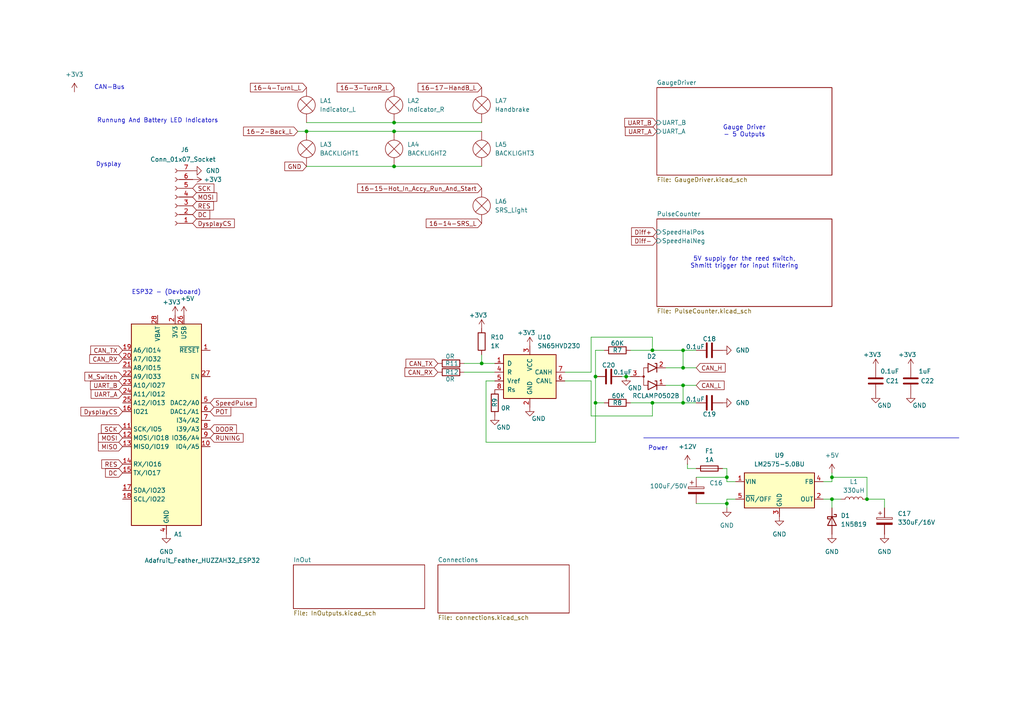
<source format=kicad_sch>
(kicad_sch (version 20231120) (generator "eeschema") (generator_version "8.0")
  (paper "A4")
  (lib_symbols
    (symbol "Connector:Conn_01x07_Socket" (pin_names (offset 1.016) hide)
      (property "Reference" "J" (at 0 10.16 0))
      (property "Value" "Conn_01x07_Socket" (at 0 -10.16 0))
      (symbol "Conn_01x07_Socket_1_1"
        (arc (start 0 -7.112) (mid -0.5058 -7.62) (end 0 -8.128) (stroke (width 0.1524)))
        (arc (start 0 -4.572) (mid -0.5058 -5.08) (end 0 -5.588) (stroke (width 0.1524)))
        (arc (start 0 -2.032) (mid -0.5058 -2.54) (end 0 -3.048) (stroke (width 0.1524)))
        (polyline (pts (xy -1.27 -7.62) (xy -0.508 -7.62)) (stroke (width 0.1524)))
        (polyline (pts (xy -1.27 -5.08) (xy -0.508 -5.08)) (stroke (width 0.1524)))
        (polyline (pts (xy -1.27 -2.54) (xy -0.508 -2.54)) (stroke (width 0.1524)))
        (polyline (pts (xy -1.27 0) (xy -0.508 0)) (stroke (width 0.1524)))
        (polyline (pts (xy -1.27 2.54) (xy -0.508 2.54)) (stroke (width 0.1524)))
        (polyline (pts (xy -1.27 5.08) (xy -0.508 5.08)) (stroke (width 0.1524)))
        (polyline (pts (xy -1.27 7.62) (xy -0.508 7.62)) (stroke (width 0.1524)))
        (arc (start 0 0.508) (mid -0.5058 0) (end 0 -0.508) (stroke (width 0.1524)))
        (arc (start 0 3.048) (mid -0.5058 2.54) (end 0 2.032) (stroke (width 0.1524)))
        (arc (start 0 5.588) (mid -0.5058 5.08) (end 0 4.572) (stroke (width 0.1524)))
        (arc (start 0 8.128) (mid -0.5058 7.62) (end 0 7.112) (stroke (width 0.1524)))
        (pin passive line (at -5.08 7.62 0) (length 3.81) (name "Pin_1") (number "1"))
        (pin passive line (at -5.08 5.08 0) (length 3.81) (name "Pin_2") (number "2"))
        (pin passive line (at -5.08 2.54 0) (length 3.81) (name "Pin_3") (number "3"))
        (pin passive line (at -5.08 0 0) (length 3.81) (name "Pin_4") (number "4"))
        (pin passive line (at -5.08 -2.54 0) (length 3.81) (name "Pin_5") (number "5"))
        (pin passive line (at -5.08 -5.08 0) (length 3.81) (name "Pin_6") (number "6"))
        (pin passive line (at -5.08 -7.62 0) (length 3.81) (name "Pin_7") (number "7"))
      )
    )
    (symbol "Device:C" (pin_numbers hide) (pin_names (offset 0.254))
      (property "Reference" "C" (at 0.635 2.54 0))
      (property "Value" "C" (at 0.635 -2.54 0))
      (symbol "C_0_1"
        (polyline (pts (xy -2.032 -0.762) (xy 2.032 -0.762)) (stroke (width 0.508)))
        (polyline (pts (xy -2.032 0.762) (xy 2.032 0.762)) (stroke (width 0.508)))
      )
      (symbol "C_1_1"
        (pin passive line (at 0 3.81 270) (length 2.794) (name "~") (number "1"))
        (pin passive line (at 0 -3.81 90) (length 2.794) (name "~") (number "2"))
      )
    )
    (symbol "Device:C_Polarized" (pin_numbers hide) (pin_names (offset 0.254))
      (property "Reference" "C" (at 0.635 2.54 0))
      (property "Value" "C_Polarized" (at 0.635 -2.54 0))
      (symbol "C_Polarized_0_1"
        (rectangle (start -2.286 0.508) (end 2.286 1.016))
        (polyline (pts (xy -1.778 2.286) (xy -0.762 2.286)))
        (polyline (pts (xy -1.27 2.794) (xy -1.27 1.778)))
        (rectangle (start 2.286 -0.508) (end -2.286 -1.016) (fill (type outline)))
      )
      (symbol "C_Polarized_1_1"
        (pin passive line (at 0 3.81 270) (length 2.794) (name "~") (number "1"))
        (pin passive line (at 0 -3.81 90) (length 2.794) (name "~") (number "2"))
      )
    )
    (symbol "Device:Fuse" (pin_numbers hide) (pin_names (offset 0))
      (property "Reference" "F" (at 2.032 0 90))
      (property "Value" "Fuse" (at -1.905 0 90))
      (symbol "Fuse_0_1"
        (rectangle (start -0.762 -2.54) (end 0.762 2.54) (stroke (width 0.254)))
        (polyline (pts (xy 0 2.54) (xy 0 -2.54)))
      )
      (symbol "Fuse_1_1"
        (pin passive line (at 0 3.81 270) (length 1.27) (name "~") (number "1"))
        (pin passive line (at 0 -3.81 90) (length 1.27) (name "~") (number "2"))
      )
    )
    (symbol "Device:L" (pin_numbers hide) (pin_names (offset 1.016) hide)
      (property "Reference" "L" (at -1.27 0 90))
      (property "Value" "L" (at 1.905 0 90))
      (symbol "L_0_1"
        (arc (start 0 -2.54) (mid 0.6323 -1.905) (end 0 -1.27))
        (arc (start 0 -1.27) (mid 0.6323 -0.635) (end 0 0))
        (arc (start 0 0) (mid 0.6323 0.635) (end 0 1.27))
        (arc (start 0 1.27) (mid 0.6323 1.905) (end 0 2.54))
      )
      (symbol "L_1_1"
        (pin passive line (at 0 3.81 270) (length 1.27) (name "1") (number "1"))
        (pin passive line (at 0 -3.81 90) (length 1.27) (name "2") (number "2"))
      )
    )
    (symbol "Device:Lamp" (pin_numbers hide) (pin_names (offset 0.0254) hide)
      (property "Reference" "LA" (at 0.635 3.81 0))
      (property "Value" "Lamp" (at 0.635 -3.81 0))
      (symbol "Lamp_0_1"
        (polyline (pts (xy -1.778 1.778) (xy 1.778 -1.778)))
        (polyline (pts (xy 1.778 1.778) (xy -1.778 -1.778)))
        (circle (center 0 0) (radius 2.54))
      )
      (symbol "Lamp_1_1"
        (pin passive line (at 0 -5.08 90) (length 2.54) (name "-") (number "1"))
        (pin passive line (at 0 5.08 270) (length 2.54) (name "+") (number "2"))
      )
    )
    (symbol "Device:R" (pin_numbers hide) (pin_names (offset 0))
      (property "Reference" "R" (at 2.032 0 90))
      (property "Value" "R" (at 0 0 90))
      (symbol "R_0_1"
        (rectangle (start -1.016 -2.54) (end 1.016 2.54) (stroke (width 0.254)))
      )
      (symbol "R_1_1"
        (pin passive line (at 0 3.81 270) (length 1.27) (name "~") (number "1"))
        (pin passive line (at 0 -3.81 90) (length 1.27) (name "~") (number "2"))
      )
    )
    (symbol "Diode:1N5819" (pin_numbers hide) (pin_names (offset 1.016) hide)
      (property "Reference" "D" (at 0 2.54 0))
      (property "Value" "1N5819" (at 0 -2.54 0))
      (symbol "1N5819_0_1"
        (polyline (pts (xy 1.27 0) (xy -1.27 0)))
        (polyline (pts (xy 1.27 1.27) (xy 1.27 -1.27) (xy -1.27 0) (xy 1.27 1.27)) (stroke (width 0.254)))
        (polyline (pts (xy -1.905 0.635) (xy -1.905 1.27) (xy -1.27 1.27) (xy -1.27 -1.27) (xy -0.635 -1.27) (xy -0.635 -0.635)) (stroke (width 0.254)))
      )
      (symbol "1N5819_1_1"
        (pin passive line (at -3.81 0 0) (length 2.54) (name "K") (number "1"))
        (pin passive line (at 3.81 0 180) (length 2.54) (name "A") (number "2"))
      )
    )
    (symbol "GND_1" (power) (pin_numbers hide) (pin_names (offset 0) hide)
      (property "Value" "GND" (at 0 -3.81 0))
      (symbol "GND_1_0_1"
        (polyline (pts (xy 0 0) (xy 0 -1.27) (xy 1.27 -1.27) (xy 0 -2.54) (xy -1.27 -1.27) (xy 0 -1.27)))
      )
      (symbol "GND_1_1_1"
        (pin power_in line (at 0 0 270) (length 0) (name "~") (number "1"))
      )
    )
    (symbol "Interface_CAN_LIN:SN65HVD230" (pin_names (offset 1.016))
      (property "Reference" "U" (at -2.54 10.16 0))
      (property "Value" "SN65HVD230" (at -2.54 7.62 0))
      (symbol "SN65HVD230_0_1"
        (rectangle (start -7.62 5.08) (end 7.62 -7.62) (stroke (width 0.254)) (fill (type background)))
      )
      (symbol "SN65HVD230_1_1"
        (pin input line (at -10.16 2.54 0) (length 2.54) (name "D") (number "1"))
        (pin power_in line (at 0 -10.16 90) (length 2.54) (name "GND") (number "2"))
        (pin power_in line (at 0 7.62 270) (length 2.54) (name "VCC") (number "3"))
        (pin output line (at -10.16 0 0) (length 2.54) (name "R") (number "4"))
        (pin output line (at -10.16 -2.54 0) (length 2.54) (name "Vref") (number "5"))
        (pin bidirectional line (at 10.16 -2.54 180) (length 2.54) (name "CANL") (number "6"))
        (pin bidirectional line (at 10.16 0 180) (length 2.54) (name "CANH") (number "7"))
        (pin input line (at -10.16 -5.08 0) (length 2.54) (name "Rs") (number "8"))
      )
    )
    (symbol "MCU_Module:Adafruit_Feather_HUZZAH32_ESP32"
      (property "Reference" "A" (at -10.16 29.21 0))
      (property "Value" "Adafruit_Feather_HUZZAH32_ESP32" (at 2.54 -31.75 0))
      (symbol "Adafruit_Feather_HUZZAH32_ESP32_0_1"
        (rectangle (start -10.16 27.94) (end 10.16 -30.48) (stroke (width 0.254)) (fill (type background)))
      )
      (symbol "Adafruit_Feather_HUZZAH32_ESP32_1_1"
        (pin input line (at 12.7 20.32 180) (length 2.54) (name "~{RESET}") (number "1"))
        (pin bidirectional line (at 12.7 -7.62 180) (length 2.54) (name "IO4/A5") (number "10"))
        (pin bidirectional line (at -12.7 -2.54 0) (length 2.54) (name "SCK/IO5") (number "11"))
        (pin bidirectional line (at -12.7 -5.08 0) (length 2.54) (name "MOSI/IO18") (number "12"))
        (pin bidirectional line (at -12.7 -7.62 0) (length 2.54) (name "MISO/IO19") (number "13"))
        (pin bidirectional line (at -12.7 -12.7 0) (length 2.54) (name "RX/IO16") (number "14"))
        (pin bidirectional line (at -12.7 -15.24 0) (length 2.54) (name "TX/IO17") (number "15"))
        (pin bidirectional line (at -12.7 2.54 0) (length 2.54) (name "IO21") (number "16"))
        (pin bidirectional line (at -12.7 -20.32 0) (length 2.54) (name "SDA/IO23") (number "17"))
        (pin bidirectional line (at -12.7 -22.86 0) (length 2.54) (name "SCL/IO22") (number "18"))
        (pin bidirectional line (at -12.7 20.32 0) (length 2.54) (name "A6/IO14") (number "19"))
        (pin power_in line (at 2.54 30.48 270) (length 2.54) (name "3V3") (number "2"))
        (pin bidirectional line (at -12.7 17.78 0) (length 2.54) (name "A7/IO32") (number "20"))
        (pin bidirectional line (at -12.7 15.24 0) (length 2.54) (name "A8/IO15") (number "21"))
        (pin bidirectional line (at -12.7 12.7 0) (length 2.54) (name "A9/IO33") (number "22"))
        (pin bidirectional line (at -12.7 10.16 0) (length 2.54) (name "A10/IO27") (number "23"))
        (pin bidirectional line (at -12.7 7.62 0) (length 2.54) (name "A11/IO12") (number "24"))
        (pin bidirectional line (at -12.7 5.08 0) (length 2.54) (name "A12/IO13") (number "25"))
        (pin power_in line (at 5.08 30.48 270) (length 2.54) (name "USB") (number "26"))
        (pin input line (at 12.7 12.7 180) (length 2.54) (name "EN") (number "27"))
        (pin power_in line (at -2.54 30.48 270) (length 2.54) (name "VBAT") (number "28"))
        (pin no_connect line (at 10.16 10.16 180) (length 2.54) hide (name "NC") (number "3"))
        (pin power_in line (at 0 -33.02 90) (length 2.54) (name "GND") (number "4"))
        (pin bidirectional line (at 12.7 5.08 180) (length 2.54) (name "DAC2/A0") (number "5"))
        (pin bidirectional line (at 12.7 2.54 180) (length 2.54) (name "DAC1/A1") (number "6"))
        (pin bidirectional line (at 12.7 0 180) (length 2.54) (name "I34/A2") (number "7"))
        (pin bidirectional line (at 12.7 -2.54 180) (length 2.54) (name "I39/A3") (number "8"))
        (pin bidirectional line (at 12.7 -5.08 180) (length 2.54) (name "IO36/A4") (number "9"))
      )
    )
    (symbol "Power_Protection:RCLAMP0502B" (pin_names hide)
      (property "Reference" "D" (at 0 5.08 0))
      (property "Value" "RCLAMP0502B" (at 0 -5.08 0))
      (symbol "RCLAMP0502B_0_1"
        (polyline (pts (xy -2.54 0) (xy -1.27 0)))
        (polyline (pts (xy -1.27 2.54) (xy -1.27 -2.54)))
        (polyline (pts (xy 0 2.54) (xy -1.27 2.54)) (stroke (width 0.1524)))
        (polyline (pts (xy 2.54 3.81) (xy 2.54 1.27) (xy 2.032 1.27)) (stroke (width 0.254)))
        (polyline (pts (xy 0 1.27) (xy 0 3.81) (xy 2.54 2.54) (xy 0 1.27)) (stroke (width 0.254)))
        (pin passive line (at -5.08 0 0) (length 2.54) (name "A") (number "3"))
      )
      (symbol "RCLAMP0502B_1_1"
        (circle (center -1.27 0) (radius 0.254) (fill (type outline)))
        (polyline (pts (xy 0 -2.54) (xy -1.27 -2.54)) (stroke (width 0.1524)))
        (polyline (pts (xy 2.54 -1.27) (xy 2.54 -3.81) (xy 2.032 -3.81)) (stroke (width 0.254)))
        (polyline (pts (xy 0 -3.81) (xy 0 -1.27) (xy 2.54 -2.54) (xy 0 -3.81)) (stroke (width 0.254)))
        (pin passive line (at 5.08 2.54 180) (length 2.54) (name "K1") (number "1"))
        (pin passive line (at 5.08 -2.54 180) (length 2.54) (name "K2") (number "2"))
      )
    )
    (symbol "Regulator_Switching:LM2575-5.0BU" (pin_names (offset 0.254))
      (property "Reference" "U" (at -10.16 6.35 0))
      (property "Value" "LM2575-5.0BU" (at 0 6.35 0))
      (symbol "LM2575-5.0BU_0_1"
        (rectangle (start -10.16 5.08) (end 10.16 -5.08) (stroke (width 0.254)) (fill (type background)))
      )
      (symbol "LM2575-5.0BU_1_1"
        (pin power_in line (at -12.7 2.54 0) (length 2.54) (name "VIN") (number "1"))
        (pin output line (at 12.7 -2.54 180) (length 2.54) (name "OUT") (number "2"))
        (pin power_in line (at 0 -7.62 90) (length 2.54) (name "GND") (number "3"))
        (pin input line (at 12.7 2.54 180) (length 2.54) (name "FB") (number "4"))
        (pin input line (at -12.7 -2.54 0) (length 2.54) (name "~{ON}/OFF") (number "5"))
      )
    )
    (symbol "power:+12V" (power) (pin_numbers hide) (pin_names (offset 0) hide)
      (property "Value" "+12V" (at 0 3.556 0))
      (symbol "+12V_0_1"
        (polyline (pts (xy -0.762 1.27) (xy 0 2.54)))
        (polyline (pts (xy 0 0) (xy 0 2.54)))
        (polyline (pts (xy 0 2.54) (xy 0.762 1.27)))
      )
      (symbol "+12V_1_1"
        (pin power_in line (at 0 0 90) (length 0) (name "~") (number "1"))
      )
    )
    (symbol "power:+3V3" (power) (pin_names (offset 0))
      (property "Value" "+3V3" (at 0 3.556 0))
      (symbol "+3V3_0_1"
        (polyline (pts (xy -0.762 1.27) (xy 0 2.54)))
        (polyline (pts (xy 0 0) (xy 0 2.54)))
        (polyline (pts (xy 0 2.54) (xy 0.762 1.27)))
      )
      (symbol "+3V3_1_1"
        (pin power_in line (at 0 0 90) (length 0) hide (name "+3V3") (number "1"))
      )
    )
    (symbol "power:+5V" (power) (pin_names (offset 0))
      (property "Value" "+5V" (at 0 3.556 0))
      (symbol "+5V_0_1"
        (polyline (pts (xy -0.762 1.27) (xy 0 2.54)))
        (polyline (pts (xy 0 0) (xy 0 2.54)))
        (polyline (pts (xy 0 2.54) (xy 0.762 1.27)))
      )
      (symbol "+5V_1_1"
        (pin power_in line (at 0 0 90) (length 0) hide (name "+5V") (number "1"))
      )
    )
    (symbol "power:GND" (power) (pin_names (offset 0))
      (property "Value" "GND" (at 0 -3.81 0))
      (symbol "GND_0_1"
        (polyline (pts (xy 0 0) (xy 0 -1.27) (xy 1.27 -1.27) (xy 0 -2.54) (xy -1.27 -1.27) (xy 0 -1.27)))
      )
      (symbol "GND_1_1"
        (pin power_in line (at 0 0 270) (length 0) hide (name "GND") (number "1"))
      )
    )
  )
  (junction (at 198.12 101.6))
  (junction (at 198.12 106.68))
  (junction (at 114.3 38.1))
  (junction (at 114.3 48.26))
  (junction (at 251.46 144.78))
  (junction (at 139.7 105.41))
  (junction (at 241.3 138.43))
  (junction (at 198.12 116.84))
  (junction (at 172.72 116.84))
  (junction (at 241.3 144.78))
  (junction (at 114.3 35.56))
  (junction (at 88.9 38.1))
  (junction (at 210.82 146.05))
  (junction (at 181.61 109.22))
  (junction (at 189.23 101.6))
  (junction (at 189.23 116.84))
  (junction (at 198.12 111.76))
  (junction (at 172.72 109.22))
  (junction (at 210.82 138.43))
  (wire (pts (xy 210.82 139.7) (xy 213.36 139.7)))
  (wire (pts (xy 88.9 48.26) (xy 114.3 48.26)))
  (wire (pts (xy 201.93 138.43) (xy 210.82 138.43)))
  (wire (pts (xy 251.46 138.43) (xy 241.3 138.43)))
  (polyline (pts (xy 186.69 127) (xy 278.13 127)))
  (wire (pts (xy 88.9 35.56) (xy 114.3 35.56)))
  (wire (pts (xy 181.61 109.22) (xy 182.88 109.22)))
  (wire (pts (xy 189.23 120.65) (xy 189.23 116.84)))
  (wire (pts (xy 171.45 107.95) (xy 171.45 97.79)))
  (wire (pts (xy 182.88 101.6) (xy 189.23 101.6)))
  (wire (pts (xy 114.3 38.1) (xy 139.7 38.1)))
  (wire (pts (xy 201.93 146.05) (xy 210.82 146.05)))
  (wire (pts (xy 163.83 110.49) (xy 171.45 110.49)))
  (wire (pts (xy 172.72 128.27) (xy 172.72 116.84)))
  (wire (pts (xy 241.3 139.7) (xy 238.76 139.7)))
  (wire (pts (xy 189.23 97.79) (xy 189.23 101.6)))
  (wire (pts (xy 189.23 101.6) (xy 198.12 101.6)))
  (wire (pts (xy 88.9 38.1) (xy 114.3 38.1)))
  (wire (pts (xy 198.12 111.76) (xy 201.93 111.76)))
  (wire (pts (xy 172.72 109.22) (xy 172.72 116.84)))
  (wire (pts (xy 86.36 38.1) (xy 88.9 38.1)))
  (wire (pts (xy 210.82 144.78) (xy 210.82 146.05)))
  (wire (pts (xy 189.23 116.84) (xy 198.12 116.84)))
  (wire (pts (xy 251.46 144.78) (xy 251.46 138.43)))
  (wire (pts (xy 210.82 135.89) (xy 210.82 138.43)))
  (wire (pts (xy 256.54 147.32) (xy 256.54 144.78)))
  (wire (pts (xy 182.88 116.84) (xy 189.23 116.84)))
  (wire (pts (xy 198.12 116.84) (xy 198.12 111.76)))
  (wire (pts (xy 241.3 137.16) (xy 241.3 138.43)))
  (wire (pts (xy 171.45 110.49) (xy 171.45 120.65)))
  (wire (pts (xy 171.45 97.79) (xy 189.23 97.79)))
  (wire (pts (xy 199.39 134.62) (xy 199.39 135.89)))
  (wire (pts (xy 210.82 135.89) (xy 209.55 135.89)))
  (wire (pts (xy 210.82 138.43) (xy 210.82 139.7)))
  (wire (pts (xy 256.54 144.78) (xy 251.46 144.78)))
  (wire (pts (xy 193.04 106.68) (xy 198.12 106.68)))
  (wire (pts (xy 140.97 128.27) (xy 172.72 128.27)))
  (wire (pts (xy 201.93 116.84) (xy 198.12 116.84)))
  (wire (pts (xy 210.82 146.05) (xy 210.82 147.32)))
  (wire (pts (xy 163.83 107.95) (xy 171.45 107.95)))
  (wire (pts (xy 114.3 35.56) (xy 139.7 35.56)))
  (wire (pts (xy 201.93 101.6) (xy 198.12 101.6)))
  (wire (pts (xy 143.51 110.49) (xy 140.97 110.49)))
  (wire (pts (xy 180.34 109.22) (xy 181.61 109.22)))
  (wire (pts (xy 171.45 120.65) (xy 189.23 120.65)))
  (wire (pts (xy 241.3 144.78) (xy 238.76 144.78)))
  (wire (pts (xy 175.26 101.6) (xy 172.72 101.6)))
  (wire (pts (xy 241.3 147.32) (xy 241.3 144.78)))
  (wire (pts (xy 213.36 144.78) (xy 210.82 144.78)))
  (wire (pts (xy 172.72 101.6) (xy 172.72 109.22)))
  (wire (pts (xy 134.62 107.95) (xy 143.51 107.95)))
  (wire (pts (xy 175.26 116.84) (xy 172.72 116.84)))
  (wire (pts (xy 139.7 105.41) (xy 143.51 105.41)))
  (wire (pts (xy 139.7 102.87) (xy 139.7 105.41)))
  (wire (pts (xy 198.12 106.68) (xy 201.93 106.68)))
  (wire (pts (xy 114.3 48.26) (xy 139.7 48.26)))
  (wire (pts (xy 241.3 138.43) (xy 241.3 139.7)))
  (wire (pts (xy 241.3 144.78) (xy 243.84 144.78)))
  (wire (pts (xy 199.39 135.89) (xy 201.93 135.89)))
  (wire (pts (xy 134.62 105.41) (xy 139.7 105.41)))
  (wire (pts (xy 198.12 101.6) (xy 198.12 106.68)))
  (wire (pts (xy 193.04 111.76) (xy 198.12 111.76)))
  (wire (pts (xy 140.97 110.49) (xy 140.97 128.27)))
  (text "Gauge Driver\n- 5 Outputs" (at 215.9 38.1 0) (effects (font (size 1.27 1.27))))
  (text "5V supply for the reed switch,\nShmitt trigger for input filtering\n" (at 215.9 76.2 0) (effects (font (size 1.27 1.27))))
  (text "CAN-Bus" (at 31.75 25.4 0) (effects (font (size 1.27 1.27))))
  (text "Dysplay" (at 31.496 47.752 0) (effects (font (size 1.27 1.27))))
  (text "Runnung And Battery LED Indicators" (at 45.72 35.052 0) (effects (font (size 1.27 1.27))))
  (text "Power" (at 187.96 130.81 0) (effects (font (size 1.27 1.27)) (justify left bottom)))
  (text "ESP32 - (Devboard)" (at 48.26 84.836 0) (effects (font (size 1.27 1.27))))
  (global_label "16-3-TurnR_L" (shape input) (at 114.3 25.4 180) (property "Intersheetrefs" "${INTERSHEET_REFS}" (effects (hide yes))))
  (global_label "DC" (shape input) (at 35.56 137.16 180) (property "Intersheetrefs" "${INTERSHEET_REFS}" (effects (hide yes))))
  (global_label "CAN_RX" (shape input) (at 127 107.95 180) (property "Intersheetrefs" "${INTERSHEET_REFS}" (effects (hide yes))))
  (global_label "RES" (shape input) (at 35.56 134.62 180) (property "Intersheetrefs" "${INTERSHEET_REFS}" (effects (hide yes))))
  (global_label "UART_B" (shape input) (at 190.5 35.56 180) (property "Intersheetrefs" "${INTERSHEET_REFS}" (effects (hide yes))))
  (global_label "GND" (shape input) (at 88.9 48.26 180) (property "Intersheetrefs" "${INTERSHEET_REFS}" (effects (hide yes))))
  (global_label "SCK" (shape input) (at 35.56 124.46 180) (property "Intersheetrefs" "${INTERSHEET_REFS}" (effects (hide yes))))
  (global_label "RES" (shape input) (at 55.88 59.69 0) (property "Intersheetrefs" "${INTERSHEET_REFS}" (effects (hide yes))))
  (global_label "UART_B" (shape input) (at 35.56 111.76 180) (property "Intersheetrefs" "${INTERSHEET_REFS}" (effects (hide yes))))
  (global_label "DysplayCS" (shape input) (at 55.88 64.77 0) (property "Intersheetrefs" "${INTERSHEET_REFS}" (effects (hide yes))))
  (global_label "SpeedPulse" (shape input) (at 60.96 116.84 0) (property "Intersheetrefs" "${INTERSHEET_REFS}" (effects (hide yes))))
  (global_label "CAN_RX" (shape input) (at 35.56 104.14 180) (property "Intersheetrefs" "${INTERSHEET_REFS}" (effects (hide yes))))
  (global_label "MOSI" (shape input) (at 35.56 127 180) (property "Intersheetrefs" "${INTERSHEET_REFS}" (effects (hide yes))))
  (global_label "16-17-HandB_L" (shape input) (at 139.7 25.4 180) (property "Intersheetrefs" "${INTERSHEET_REFS}" (effects (hide yes))))
  (global_label "CAN_TX" (shape input) (at 127 105.41 180) (property "Intersheetrefs" "${INTERSHEET_REFS}" (effects (hide yes))))
  (global_label "16-15-Hot_In_Accy_Run_And_Start" (shape input) (at 139.7 54.61 180) (property "Intersheetrefs" "${INTERSHEET_REFS}" (effects (hide yes))))
  (global_label "CAN_L" (shape input) (at 201.93 111.76 0) (property "Intersheetrefs" "${INTERSHEET_REFS}" (effects (hide yes))))
  (global_label "UART_A" (shape input) (at 35.56 114.3 180) (property "Intersheetrefs" "${INTERSHEET_REFS}" (effects (hide yes))))
  (global_label "DysplayCS" (shape input) (at 35.56 119.38 180) (property "Intersheetrefs" "${INTERSHEET_REFS}" (effects (hide yes))))
  (global_label "16-14-SRS_L" (shape input) (at 139.7 64.77 180) (property "Intersheetrefs" "${INTERSHEET_REFS}" (effects (hide yes))))
  (global_label "UART_A" (shape input) (at 190.5 38.1 180) (property "Intersheetrefs" "${INTERSHEET_REFS}" (effects (hide yes))))
  (global_label "M_Switch" (shape input) (at 35.56 109.22 180) (property "Intersheetrefs" "${INTERSHEET_REFS}" (effects (hide yes))))
  (global_label "RUNING" (shape input) (at 60.96 127 0) (property "Intersheetrefs" "${INTERSHEET_REFS}" (effects (hide yes))))
  (global_label "MISO" (shape input) (at 35.56 129.54 180) (property "Intersheetrefs" "${INTERSHEET_REFS}" (effects (hide yes))))
  (global_label "DC" (shape input) (at 55.88 62.23 0) (property "Intersheetrefs" "${INTERSHEET_REFS}" (effects (hide yes))))
  (global_label "MOSI" (shape input) (at 55.88 57.15 0) (property "Intersheetrefs" "${INTERSHEET_REFS}" (effects (hide yes))))
  (global_label "16-4-TurnL_L" (shape input) (at 88.9 25.4 180) (property "Intersheetrefs" "${INTERSHEET_REFS}" (effects (hide yes))))
  (global_label "16-2-Back_L" (shape input) (at 86.36 38.1 180) (property "Intersheetrefs" "${INTERSHEET_REFS}" (effects (hide yes))))
  (global_label "SCK" (shape input) (at 55.88 54.61 0) (property "Intersheetrefs" "${INTERSHEET_REFS}" (effects (hide yes))))
  (global_label "Diff-" (shape input) (at 190.5 69.85 180) (property "Intersheetrefs" "${INTERSHEET_REFS}" (effects (hide yes))))
  (global_label "POT" (shape input) (at 60.96 119.38 0) (property "Intersheetrefs" "${INTERSHEET_REFS}" (effects (hide yes))))
  (global_label "CAN_TX" (shape input) (at 35.56 101.6 180) (property "Intersheetrefs" "${INTERSHEET_REFS}" (effects (hide yes))))
  (global_label "DOOR" (shape input) (at 60.96 124.46 0) (property "Intersheetrefs" "${INTERSHEET_REFS}" (effects (hide yes))))
  (global_label "CAN_H" (shape input) (at 201.93 106.68 0) (property "Intersheetrefs" "${INTERSHEET_REFS}" (effects (hide yes))))
  (global_label "Diff+" (shape input) (at 190.5 67.31 180) (property "Intersheetrefs" "${INTERSHEET_REFS}" (effects (hide yes))))
  (symbol (lib_name "GND_1") (lib_id "power:GND") (at 153.67 118.11 0) (unit 1)
    (property "Reference" "#PWR080" (effects (hide yes)))
    (property "Value" "GND" (at 156.21 121.412 0))
    (property "Description" "Power symbol creates a global label with name \"GND\" , ground" (effects (hide yes)))
  )
  (symbol (lib_name "GND_1") (lib_id "power:GND") (at 254 114.3 0) (unit 1)
    (property "Reference" "#PWR083" (effects (hide yes)))
    (property "Value" "GND" (at 256.54 117.602 0))
    (property "Description" "Power symbol creates a global label with name \"GND\" , ground" (effects (hide yes)))
  )
  (symbol (lib_id "power:+3V3") (at 50.8 91.44 0) (unit 1)
    (property "Reference" "#PWR067" (effects (hide yes)))
    (property "Value" "+3V3" (at 49.784 87.63 0))
  )
  (symbol (lib_id "power:+12V") (at 199.39 134.62 0) (unit 1)
    (property "Reference" "#PWR068" (effects (hide yes)))
    (property "Value" "+12V" (at 199.39 129.54 0))
  )
  (symbol (lib_id "power:GND") (at 256.54 154.94 0) (unit 1)
    (property "Reference" "#PWR073" (effects (hide yes)))
    (property "Value" "GND" (at 256.54 160.02 0))
  )
  (symbol (lib_id "power:GND") (at 55.88 49.53 90) (unit 1)
    (property "Reference" "#PWR075" (effects (hide yes)))
    (property "Value" "GND" (at 59.69 49.5299 90) (effects (justify right)))
  )
  (symbol (lib_id "power:+5V") (at 53.34 91.44 0) (unit 1)
    (property "Reference" "#PWR065" (effects (hide yes)))
    (property "Value" "+5V" (at 54.356 86.614 0))
  )
  (symbol (lib_name "GND_1") (lib_id "power:GND") (at 209.55 116.84 90) (unit 1)
    (property "Reference" "#PWR077" (effects (hide yes)))
    (property "Value" "GND" (at 213.36 116.8399 90) (effects (justify right)))
    (property "Description" "Power symbol creates a global label with name \"GND\" , ground" (effects (hide yes)))
  )
  (symbol (lib_id "Device:R") (at 130.81 107.95 90) (unit 1)
    (property "Reference" "R12" (at 131.064 107.95 90))
    (property "Value" "0R" (at 130.556 109.982 90))
    (property "Footprint" "Resistor_SMD:R_0805_2012Metric_Pad1.20x1.40mm_HandSolder" (effects (hide yes)))
    (property "Description" "Resistor" (effects (hide yes)))
  )
  (symbol (lib_id "power:+3V3") (at 139.7 95.25 0) (unit 1)
    (property "Reference" "#PWR086" (effects (hide yes)))
    (property "Value" "+3V3" (at 138.684 91.44 0))
  )
  (symbol (lib_id "Regulator_Switching:LM2575-5.0BU") (at 226.06 142.24 0) (unit 1)
    (property "Reference" "U9" (at 226.06 132.08 0))
    (property "Value" "LM2575-5.0BU" (at 226.06 134.62 0))
    (property "Footprint" "Package_TO_SOT_SMD:TO-263-5_TabPin3" (effects (hide yes)))
    (property "Datasheet" "http://ww1.microchip.com/downloads/en/DeviceDoc/lm2575.pdf" (effects (hide yes)))
  )
  (symbol (lib_id "Device:Lamp") (at 114.3 43.18 0) (unit 1)
    (property "Reference" "LA4" (at 118.11 41.9099 0) (effects (justify left)))
    (property "Value" "BACKLIGHT2" (at 118.11 44.4499 0) (effects (justify left)))
    (property "Footprint" "Library:Biglight" (effects (hide yes)))
    (property "Description" "Lamp" (effects (hide yes)))
  )
  (symbol (lib_id "Power_Protection:RCLAMP0502B") (at 187.96 109.22 0) (mirror x) (unit 1)
    (property "Reference" "D2" (at 188.976 103.378 0))
    (property "Value" "RCLAMP0502B" (at 190.246 114.808 0))
    (property "Footprint" "Package_TO_SOT_SMD:SOT-416" (effects (hide yes)))
    (property "Datasheet" "https://www.semtech.com/products/circuit-protection/low-capacitance/rclamp0502b" (effects (hide yes)))
    (property "Description" "Low capacitance unidirectional dual ESD protection diode, SC-75" (effects (hide yes)))
  )
  (symbol (lib_id "Device:C_Polarized") (at 256.54 151.13 0) (unit 1)
    (property "Reference" "C17" (at 260.35 148.971 0) (effects (justify left)))
    (property "Value" "330uF/16V" (at 260.35 151.511 0) (effects (justify left)))
    (property "Footprint" "Capacitor_THT:CP_Radial_D8.0mm_P3.50mm" (effects (hide yes)))
    (property "Datasheet" "https://www.farnell.com/datasheets/2321649.pdf" (effects (hide yes)))
  )
  (symbol (lib_name "GND_1") (lib_id "power:GND") (at 181.61 109.22 0) (unit 1)
    (property "Reference" "#PWR078" (effects (hide yes)))
    (property "Value" "GND" (at 184.15 112.522 0))
    (property "Description" "Power symbol creates a global label with name \"GND\" , ground" (effects (hide yes)))
  )
  (symbol (lib_id "Device:Lamp") (at 139.7 59.69 0) (unit 1)
    (property "Reference" "LA6" (at 143.51 58.4199 0) (effects (justify left)))
    (property "Value" "SRS_Light" (at 143.51 60.9599 0) (effects (justify left)))
    (property "Footprint" "Library:Smallight" (effects (hide yes)))
    (property "Description" "Lamp" (effects (hide yes)))
  )
  (symbol (lib_name "GND_1") (lib_id "power:GND") (at 209.55 101.6 90) (unit 1)
    (property "Reference" "#PWR076" (effects (hide yes)))
    (property "Value" "GND" (at 213.36 101.5999 90) (effects (justify right)))
    (property "Description" "Power symbol creates a global label with name \"GND\" , ground" (effects (hide yes)))
  )
  (symbol (lib_id "Device:C") (at 176.53 109.22 90) (unit 1)
    (property "Reference" "C20" (at 176.53 105.918 90))
    (property "Value" "0.1uF" (at 180.594 107.95 90))
    (property "Footprint" "Capacitor_SMD:C_0805_2012Metric_Pad1.18x1.45mm_HandSolder" (effects (hide yes)))
    (property "Description" "Unpolarized capacitor" (effects (hide yes)))
  )
  (symbol (lib_id "power:+3V3") (at 21.59 26.67 0) (unit 1)
    (property "Reference" "#PWR066" (effects (hide yes)))
    (property "Value" "+3V3" (at 21.59 21.59 0))
  )
  (symbol (lib_id "Device:R") (at 139.7 99.06 0) (unit 1)
    (property "Reference" "R10" (at 142.24 97.7899 0) (effects (justify left)))
    (property "Value" "1K" (at 142.24 100.3299 0) (effects (justify left)))
    (property "Footprint" "Resistor_SMD:R_0805_2012Metric_Pad1.20x1.40mm_HandSolder" (effects (hide yes)))
    (property "Description" "Resistor" (effects (hide yes)))
  )
  (symbol (lib_id "Device:Lamp") (at 88.9 30.48 0) (unit 1)
    (property "Reference" "LA1" (at 92.71 29.2099 0) (effects (justify left)))
    (property "Value" "Indicator_L" (at 92.71 31.7499 0) (effects (justify left)))
    (property "Footprint" "Library:Smallight" (effects (hide yes)))
    (property "Description" "Lamp" (effects (hide yes)))
  )
  (symbol (lib_name "GND_1") (lib_id "power:GND") (at 264.16 114.3 0) (unit 1)
    (property "Reference" "#PWR084" (effects (hide yes)))
    (property "Value" "GND" (at 266.7 117.602 0))
    (property "Description" "Power symbol creates a global label with name \"GND\" , ground" (effects (hide yes)))
  )
  (symbol (lib_id "Device:C") (at 264.16 110.49 0) (unit 1)
    (property "Reference" "C22" (at 268.986 110.49 0))
    (property "Value" "1uF" (at 268.224 107.696 0))
    (property "Footprint" "Capacitor_SMD:C_0805_2012Metric_Pad1.18x1.45mm_HandSolder" (effects (hide yes)))
    (property "Description" "Unpolarized capacitor" (effects (hide yes)))
  )
  (symbol (lib_id "Device:C_Polarized") (at 201.93 142.24 0) (unit 1)
    (property "Reference" "C16" (at 205.74 140.081 0) (effects (justify left)))
    (property "Value" "100uF/50V" (at 199.39 140.97 0) (effects (justify right)))
    (property "Footprint" "Capacitor_THT:CP_Radial_D8.0mm_P3.50mm" (effects (hide yes)))
    (property "Datasheet" "https://www.farnell.com/datasheets/2321305.pdf" (effects (hide yes)))
  )
  (symbol (lib_id "Device:C") (at 205.74 101.6 90) (unit 1)
    (property "Reference" "C18" (at 205.74 98.298 90))
    (property "Value" "0.1uF" (at 201.676 100.584 90))
    (property "Footprint" "Capacitor_SMD:C_0805_2012Metric_Pad1.18x1.45mm_HandSolder" (effects (hide yes)))
    (property "Description" "Unpolarized capacitor" (effects (hide yes)))
  )
  (symbol (lib_id "power:GND") (at 226.06 149.86 0) (unit 1)
    (property "Reference" "#PWR070" (effects (hide yes)))
    (property "Value" "GND" (at 226.06 154.94 0))
  )
  (symbol (lib_id "Device:Lamp") (at 88.9 43.18 0) (unit 1)
    (property "Reference" "LA3" (at 92.71 41.9099 0) (effects (justify left)))
    (property "Value" "BACKLIGHT1" (at 92.71 44.4499 0) (effects (justify left)))
    (property "Footprint" "Library:Biglight" (effects (hide yes)))
    (property "Description" "Lamp" (effects (hide yes)))
  )
  (symbol (lib_id "Device:R") (at 179.07 101.6 90) (unit 1)
    (property "Reference" "R7" (at 179.07 101.6 90))
    (property "Value" "60K" (at 179.07 99.568 90))
    (property "Footprint" "Resistor_SMD:R_0805_2012Metric_Pad1.20x1.40mm_HandSolder" (effects (hide yes)))
    (property "Description" "Resistor" (effects (hide yes)))
  )
  (symbol (lib_id "Connector:Conn_01x07_Socket") (at 50.8 57.15 180) (unit 1)
    (property "Reference" "J6" (at 53.594 43.434 0))
    (property "Value" "Conn_01x07_Socket" (at 53.086 46.228 0))
    (property "Footprint" "Connector_PinHeader_2.54mm:PinHeader_1x07_P2.54mm_Vertical" (effects (hide yes)))
    (property "Description" "Generic connector, single row, 01x07, script generated" (effects (hide yes)))
  )
  (symbol (lib_id "power:+3V3") (at 264.16 106.68 0) (unit 1)
    (property "Reference" "#PWR082" (effects (hide yes)))
    (property "Value" "+3V3" (at 263.144 102.87 0))
  )
  (symbol (lib_id "power:+3V3") (at 153.67 100.33 0) (unit 1)
    (property "Reference" "#PWR079" (effects (hide yes)))
    (property "Value" "+3V3" (at 152.654 96.52 0))
  )
  (symbol (lib_id "Interface_CAN_LIN:SN65HVD230") (at 153.67 107.95 0) (unit 1)
    (property "Reference" "U10" (at 155.8641 97.79 0) (effects (justify left)))
    (property "Value" "SN65HVD230" (at 155.8641 100.33 0) (effects (justify left)))
    (property "Footprint" "Package_SO:SOIC-8_3.9x4.9mm_P1.27mm" (effects (hide yes)))
    (property "Datasheet" "http://www.ti.com/lit/ds/symlink/sn65hvd230.pdf" (effects (hide yes)))
    (property "Description" "CAN Bus Transceivers, 3.3V, 1Mbps, Low-Power capabilities, SOIC-8" (effects (hide yes)))
  )
  (symbol (lib_name "GND_1") (lib_id "power:GND") (at 143.51 120.65 0) (unit 1)
    (property "Reference" "#PWR085" (effects (hide yes)))
    (property "Value" "GND" (at 146.05 123.952 0))
    (property "Description" "Power symbol creates a global label with name \"GND\" , ground" (effects (hide yes)))
  )
  (symbol (lib_id "power:+3V3") (at 55.88 52.07 270) (unit 1)
    (property "Reference" "#PWR074" (effects (hide yes)))
    (property "Value" "+3V3" (at 61.722 52.07 90))
  )
  (symbol (lib_id "Device:C") (at 205.74 116.84 90) (unit 1)
    (property "Reference" "C19" (at 205.74 120.142 90))
    (property "Value" "0.1uF" (at 201.676 115.824 90))
    (property "Footprint" "Capacitor_SMD:C_0805_2012Metric_Pad1.18x1.45mm_HandSolder" (effects (hide yes)))
    (property "Description" "Unpolarized capacitor" (effects (hide yes)))
  )
  (symbol (lib_id "Device:Fuse") (at 205.74 135.89 90) (unit 1)
    (property "Reference" "F1" (at 205.74 130.81 90))
    (property "Value" "1A" (at 205.74 133.35 90))
    (property "Footprint" "Fuse:Fuse_0402_1005Metric_Pad0.77x0.64mm_HandSolder" (effects (hide yes)))
  )
  (symbol (lib_id "Device:R") (at 143.51 116.84 0) (unit 1)
    (property "Reference" "R9" (at 143.51 118.11 90) (effects (justify left)))
    (property "Value" "0R" (at 145.288 118.364 0) (effects (justify left)))
    (property "Footprint" "Resistor_SMD:R_0805_2012Metric_Pad1.20x1.40mm_HandSolder" (effects (hide yes)))
    (property "Description" "Resistor" (effects (hide yes)))
  )
  (symbol (lib_id "power:GND") (at 48.26 154.94 0) (unit 1)
    (property "Reference" "#PWR064" (effects (hide yes)))
    (property "Value" "GND" (at 48.26 160.02 0))
  )
  (symbol (lib_id "Device:R") (at 179.07 116.84 90) (unit 1)
    (property "Reference" "R8" (at 179.07 116.84 90))
    (property "Value" "60K" (at 179.324 114.808 90))
    (property "Footprint" "Resistor_SMD:R_0805_2012Metric_Pad1.20x1.40mm_HandSolder" (effects (hide yes)))
    (property "Description" "Resistor" (effects (hide yes)))
  )
  (symbol (lib_id "Device:Lamp") (at 139.7 30.48 0) (unit 1)
    (property "Reference" "LA7" (at 143.51 29.2099 0) (effects (justify left)))
    (property "Value" "Handbrake" (at 143.51 31.7499 0) (effects (justify left)))
    (property "Footprint" "Library:Smallight" (effects (hide yes)))
    (property "Description" "Lamp" (effects (hide yes)))
  )
  (symbol (lib_id "power:+5V") (at 241.3 137.16 0) (unit 1)
    (property "Reference" "#PWR071" (effects (hide yes)))
    (property "Value" "+5V" (at 241.3 132.08 0))
  )
  (symbol (lib_id "power:GND") (at 241.3 154.94 0) (unit 1)
    (property "Reference" "#PWR072" (effects (hide yes)))
    (property "Value" "GND" (at 241.3 160.02 0))
  )
  (symbol (lib_id "power:GND") (at 210.82 147.32 0) (unit 1)
    (property "Reference" "#PWR069" (effects (hide yes)))
    (property "Value" "GND" (at 210.82 152.4 0))
  )
  (symbol (lib_id "Device:Lamp") (at 139.7 43.18 0) (unit 1)
    (property "Reference" "LA5" (at 143.51 41.9099 0) (effects (justify left)))
    (property "Value" "BACKLIGHT3" (at 143.51 44.4499 0) (effects (justify left)))
    (property "Footprint" "Library:Biglight" (effects (hide yes)))
    (property "Description" "Lamp" (effects (hide yes)))
  )
  (symbol (lib_id "MCU_Module:Adafruit_Feather_HUZZAH32_ESP32") (at 48.26 121.92 0) (unit 1)
    (property "Reference" "A1" (at 50.4541 154.94 0) (effects (justify left)))
    (property "Value" "Adafruit_Feather_HUZZAH32_ESP32" (at 41.91 162.56 0) (effects (justify left)))
    (property "Footprint" "Module:Adafruit_Feather" (effects (hide yes)))
    (property "Datasheet" "https://cdn-learn.adafruit.com/downloads/pdf/adafruit-huzzah32-esp32-feather.pdf" (effects (hide yes)))
  )
  (symbol (lib_id "Device:C") (at 254 110.49 0) (unit 1)
    (property "Reference" "C21" (at 258.826 110.49 0))
    (property "Value" "0.1uF" (at 258.064 107.696 0))
    (property "Footprint" "Capacitor_SMD:C_0805_2012Metric_Pad1.18x1.45mm_HandSolder" (effects (hide yes)))
    (property "Description" "Unpolarized capacitor" (effects (hide yes)))
  )
  (symbol (lib_id "Device:L") (at 247.65 144.78 90) (unit 1)
    (property "Reference" "L1" (at 247.65 139.7 90))
    (property "Value" "330uH" (at 247.65 142.24 90))
    (property "Footprint" "Inductor_THT:L_Radial_D9.5mm_P5.00mm_Fastron_07HVP" (effects (hide yes)))
    (property "Datasheet" "https://4donline.ihs.com/images/VipMasterIC/IC/COLC/COLC-S-A0013795719/COLC-S-A0013855752-1.pdf?hkey=6D3A4C79FDBF58556ACFDE234799DDF0" (effects (hide yes)))
  )
  (symbol (lib_id "Device:R") (at 130.81 105.41 90) (unit 1)
    (property "Reference" "R11" (at 131.064 105.41 90))
    (property "Value" "0R" (at 130.556 103.378 90))
    (property "Footprint" "Resistor_SMD:R_0805_2012Metric_Pad1.20x1.40mm_HandSolder" (effects (hide yes)))
    (property "Description" "Resistor" (effects (hide yes)))
  )
  (symbol (lib_id "power:+3V3") (at 254 106.68 0) (unit 1)
    (property "Reference" "#PWR081" (effects (hide yes)))
    (property "Value" "+3V3" (at 252.984 102.87 0))
  )
  (symbol (lib_id "Diode:1N5819") (at 241.3 151.13 270) (unit 1)
    (property "Reference" "D1" (at 243.84 149.5425 90) (effects (justify left)))
    (property "Value" "1N5819" (at 243.84 152.0825 90) (effects (justify left)))
    (property "Footprint" "Diode_THT:D_DO-41_SOD81_P10.16mm_Horizontal" (effects (hide yes)))
    (property "Datasheet" "http://www.vishay.com/docs/88525/1n5817.pdf" (effects (hide yes)))
  )
  (symbol (lib_id "Device:Lamp") (at 114.3 30.48 0) (unit 1)
    (property "Reference" "LA2" (at 118.11 29.2099 0) (effects (justify left)))
    (property "Value" "Indicator_R" (at 118.11 31.7499 0) (effects (justify left)))
    (property "Footprint" "Library:Smallight" (effects (hide yes)))
    (property "Description" "Lamp" (effects (hide yes)))
  )
  (sheet (at 190.5 25.4) (size 50.8 25.4) (stroke (width 0.1524))
    (property "Sheetname" "GaugeDriver" (at 190.5 24.6884 0) (effects (justify left bottom)))
    (property "Sheetfile" "GaugeDriver.kicad_sch" (at 190.5 51.3846 0) (effects (justify left top)))
    (pin "UART_B" input (at 190.5 35.56 180))
    (pin "UART_A" input (at 190.5 38.1 180))
  )
  (sheet (at 85.09 163.83) (size 38.1 12.7) (stroke (width 0.1524))
    (property "Sheetname" "InOut" (at 85.09 163.1184 0) (effects (justify left bottom)))
    (property "Sheetfile" "InOutputs.kicad_sch" (at 85.09 177.1146 0) (effects (justify left top)))
  )
  (sheet (at 190.5 63.5) (size 50.8 25.4) (stroke (width 0.1524))
    (property "Sheetname" "PulseCounter" (at 190.5 62.7884 0) (effects (justify left bottom)))
    (property "Sheetfile" "PulseCounter.kicad_sch" (at 190.5 89.4846 0) (effects (justify left top)))
    (pin "SpeedHalPos" input (at 190.5 67.31 180))
    (pin "SpeedHalNeg" input (at 190.5 69.85 180))
  )
  (sheet (at 127 163.83) (size 38.1 13.97) (stroke (width 0.1524))
    (property "Sheetname" "Connections" (at 127 163.1184 0) (effects (justify left bottom)))
    (property "Sheetfile" "connections.kicad_sch" (at 127 178.3846 0) (effects (justify left top)))
  )
)
</source>
